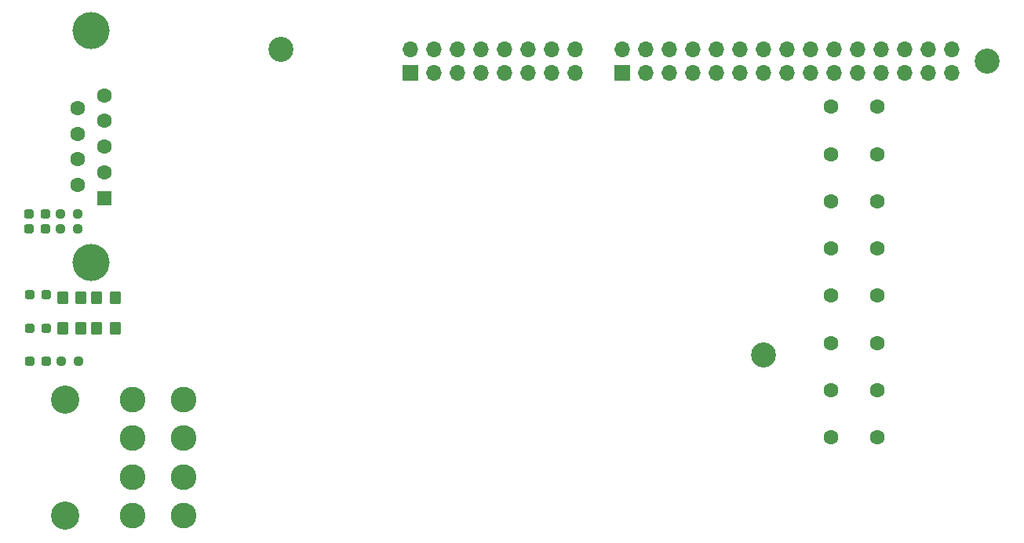
<source format=gts>
G04 #@! TF.GenerationSoftware,KiCad,Pcbnew,(6.0.1)*
G04 #@! TF.CreationDate,2022-01-30T21:26:31+01:00*
G04 #@! TF.ProjectId,ARM_NUCLEO_HAT_1.0,41524d5f-4e55-4434-9c45-4f5f4841545f,rev?*
G04 #@! TF.SameCoordinates,Original*
G04 #@! TF.FileFunction,Soldermask,Top*
G04 #@! TF.FilePolarity,Negative*
%FSLAX46Y46*%
G04 Gerber Fmt 4.6, Leading zero omitted, Abs format (unit mm)*
G04 Created by KiCad (PCBNEW (6.0.1)) date 2022-01-30 21:26:31*
%MOMM*%
%LPD*%
G01*
G04 APERTURE LIST*
G04 Aperture macros list*
%AMRoundRect*
0 Rectangle with rounded corners*
0 $1 Rounding radius*
0 $2 $3 $4 $5 $6 $7 $8 $9 X,Y pos of 4 corners*
0 Add a 4 corners polygon primitive as box body*
4,1,4,$2,$3,$4,$5,$6,$7,$8,$9,$2,$3,0*
0 Add four circle primitives for the rounded corners*
1,1,$1+$1,$2,$3*
1,1,$1+$1,$4,$5*
1,1,$1+$1,$6,$7*
1,1,$1+$1,$8,$9*
0 Add four rect primitives between the rounded corners*
20,1,$1+$1,$2,$3,$4,$5,0*
20,1,$1+$1,$4,$5,$6,$7,0*
20,1,$1+$1,$6,$7,$8,$9,0*
20,1,$1+$1,$8,$9,$2,$3,0*%
G04 Aperture macros list end*
%ADD10RoundRect,0.237500X-0.250000X-0.237500X0.250000X-0.237500X0.250000X0.237500X-0.250000X0.237500X0*%
%ADD11RoundRect,0.250000X0.350000X0.450000X-0.350000X0.450000X-0.350000X-0.450000X0.350000X-0.450000X0*%
%ADD12RoundRect,0.237500X0.287500X0.237500X-0.287500X0.237500X-0.287500X-0.237500X0.287500X-0.237500X0*%
%ADD13C,2.700000*%
%ADD14C,1.600000*%
%ADD15C,4.000000*%
%ADD16R,1.600000X1.600000*%
%ADD17C,3.050000*%
%ADD18C,2.775000*%
%ADD19R,1.700000X1.700000*%
%ADD20O,1.700000X1.700000*%
G04 APERTURE END LIST*
D10*
X124787500Y-159600000D03*
X126612500Y-159600000D03*
X124687500Y-145300000D03*
X126512500Y-145300000D03*
D11*
X126900000Y-152700000D03*
X124900000Y-152700000D03*
X126900000Y-156000000D03*
X124900000Y-156000000D03*
X130600000Y-152700000D03*
X128600000Y-152700000D03*
D12*
X123075000Y-145300000D03*
X121325000Y-145300000D03*
D13*
X224710000Y-127140000D03*
D11*
X130600000Y-156000000D03*
X128600000Y-156000000D03*
D12*
X123175000Y-156000000D03*
X121425000Y-156000000D03*
X123075000Y-143700000D03*
X121325000Y-143700000D03*
X123175000Y-152400000D03*
X121425000Y-152400000D03*
D13*
X148510000Y-125870000D03*
D10*
X124687500Y-143700000D03*
X126512500Y-143700000D03*
D12*
X123175000Y-159600000D03*
X121425000Y-159600000D03*
D13*
X200580000Y-158890000D03*
D14*
X207800000Y-162700000D03*
X212800000Y-162700000D03*
X207800000Y-167800000D03*
X212800000Y-167800000D03*
X212800000Y-157600000D03*
X207800000Y-157600000D03*
X207800000Y-152500000D03*
X212800000Y-152500000D03*
D15*
X127990000Y-148890000D03*
X127990000Y-123890000D03*
D16*
X129410000Y-141930000D03*
D14*
X129410000Y-139160000D03*
X129410000Y-136390000D03*
X129410000Y-133620000D03*
X129410000Y-130850000D03*
X126570000Y-140545000D03*
X126570000Y-137775000D03*
X126570000Y-135005000D03*
X126570000Y-132235000D03*
X207800000Y-142300000D03*
X212800000Y-142300000D03*
D17*
X125196000Y-176300000D03*
X125196000Y-163700000D03*
D18*
X132496000Y-163700000D03*
X132496000Y-167900000D03*
X132496000Y-172100000D03*
X132496000Y-176300000D03*
X137996000Y-163700000D03*
X137996000Y-167900000D03*
X137996000Y-172100000D03*
X137996000Y-176300000D03*
D14*
X212800000Y-137200000D03*
X207800000Y-137200000D03*
D19*
X162480000Y-128400000D03*
D20*
X162480000Y-125860000D03*
X165020000Y-128400000D03*
X165020000Y-125860000D03*
X167560000Y-128400000D03*
X167560000Y-125860000D03*
X170100000Y-128400000D03*
X170100000Y-125860000D03*
X172640000Y-128400000D03*
X172640000Y-125860000D03*
X175180000Y-128400000D03*
X175180000Y-125860000D03*
X177720000Y-128400000D03*
X177720000Y-125860000D03*
X180260000Y-128400000D03*
X180260000Y-125860000D03*
D14*
X212800000Y-132100000D03*
X207800000Y-132100000D03*
X212800000Y-147400000D03*
X207800000Y-147400000D03*
D19*
X185330000Y-128400000D03*
D20*
X185330000Y-125860000D03*
X187870000Y-128400000D03*
X187870000Y-125860000D03*
X190410000Y-128400000D03*
X190410000Y-125860000D03*
X192950000Y-128400000D03*
X192950000Y-125860000D03*
X195490000Y-128400000D03*
X195490000Y-125860000D03*
X198030000Y-128400000D03*
X198030000Y-125860000D03*
X200570000Y-128400000D03*
X200570000Y-125860000D03*
X203110000Y-128400000D03*
X203110000Y-125860000D03*
X205650000Y-128400000D03*
X205650000Y-125860000D03*
X208190000Y-128400000D03*
X208190000Y-125860000D03*
X210730000Y-128400000D03*
X210730000Y-125860000D03*
X213270000Y-128400000D03*
X213270000Y-125860000D03*
X215810000Y-128400000D03*
X215810000Y-125860000D03*
X218350000Y-128400000D03*
X218350000Y-125860000D03*
X220890000Y-128400000D03*
X220890000Y-125860000D03*
M02*

</source>
